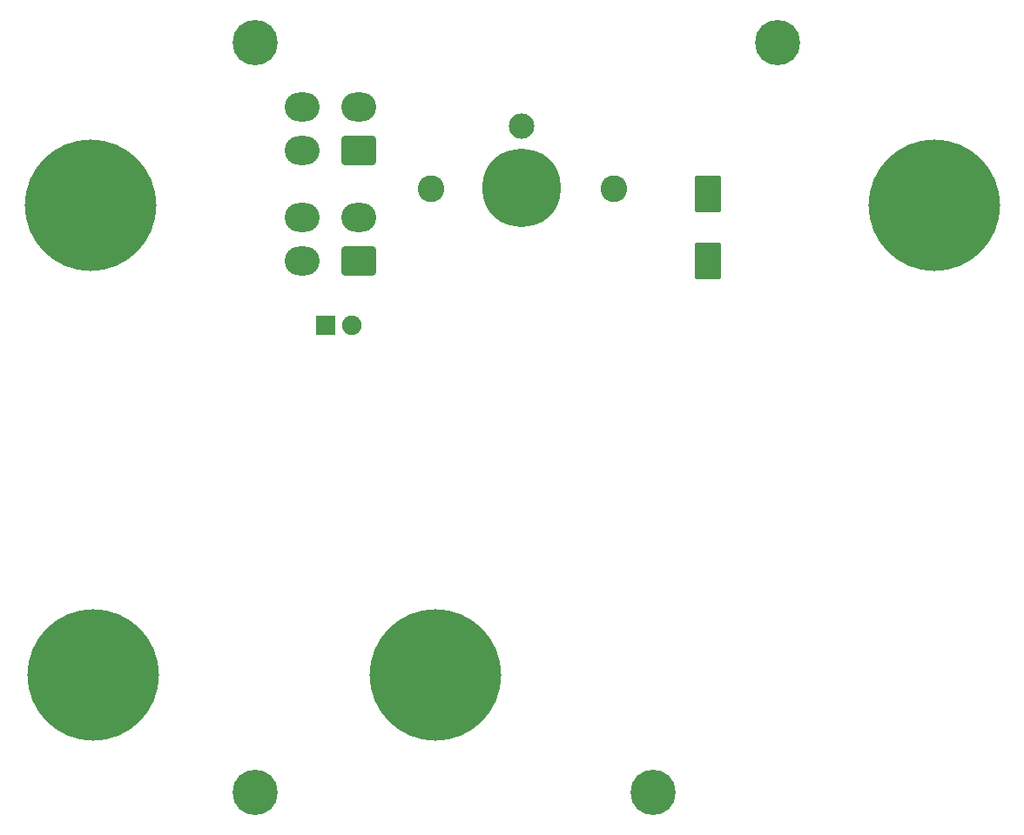
<source format=gbr>
%TF.GenerationSoftware,KiCad,Pcbnew,(6.0.9)*%
%TF.CreationDate,2023-04-01T12:13:22-08:00*%
%TF.ProjectId,ECS PANEL,45435320-5041-44e4-954c-2e6b69636164,3*%
%TF.SameCoordinates,Original*%
%TF.FileFunction,Soldermask,Bot*%
%TF.FilePolarity,Negative*%
%FSLAX46Y46*%
G04 Gerber Fmt 4.6, Leading zero omitted, Abs format (unit mm)*
G04 Created by KiCad (PCBNEW (6.0.9)) date 2023-04-01 12:13:22*
%MOMM*%
%LPD*%
G01*
G04 APERTURE LIST*
G04 Aperture macros list*
%AMRoundRect*
0 Rectangle with rounded corners*
0 $1 Rounding radius*
0 $2 $3 $4 $5 $6 $7 $8 $9 X,Y pos of 4 corners*
0 Add a 4 corners polygon primitive as box body*
4,1,4,$2,$3,$4,$5,$6,$7,$8,$9,$2,$3,0*
0 Add four circle primitives for the rounded corners*
1,1,$1+$1,$2,$3*
1,1,$1+$1,$4,$5*
1,1,$1+$1,$6,$7*
1,1,$1+$1,$8,$9*
0 Add four rect primitives between the rounded corners*
20,1,$1+$1,$2,$3,$4,$5,0*
20,1,$1+$1,$4,$5,$6,$7,0*
20,1,$1+$1,$6,$7,$8,$9,0*
20,1,$1+$1,$8,$9,$2,$3,0*%
G04 Aperture macros list end*
%ADD10C,2.600000*%
%ADD11C,4.400000*%
%ADD12C,12.800000*%
%ADD13C,2.481250*%
%ADD14C,7.640752*%
%ADD15RoundRect,0.300000X1.000000X-1.500000X1.000000X1.500000X-1.000000X1.500000X-1.000000X-1.500000X0*%
%ADD16RoundRect,0.050000X-0.900000X-0.900000X0.900000X-0.900000X0.900000X0.900000X-0.900000X0.900000X0*%
%ADD17C,1.900000*%
%ADD18RoundRect,0.300001X1.399999X-1.099999X1.399999X1.099999X-1.399999X1.099999X-1.399999X-1.099999X0*%
%ADD19O,3.400000X2.800000*%
G04 APERTURE END LIST*
D10*
%TO.C,REF\u002A\u002A*%
X138662158Y-70229687D03*
%TD*%
%TO.C,REF\u002A\u002A*%
X156442158Y-70229687D03*
%TD*%
D11*
%TO.C,REF\u002A\u002A*%
X121517158Y-56005687D03*
%TD*%
%TO.C,REF\u002A\u002A*%
X172317158Y-56005687D03*
%TD*%
%TO.C,REF\u002A\u002A*%
X160252158Y-129030687D03*
%TD*%
%TO.C,REF\u002A\u002A*%
X121517158Y-129030687D03*
%TD*%
D12*
%TO.C,5*%
X105769158Y-117600687D03*
%TD*%
%TO.C,REF\u002A\u002A*%
X139106657Y-117600687D03*
%TD*%
D13*
%TO.C,REF\u002A\u002A*%
X147482158Y-64141087D03*
D14*
X147482158Y-70141087D03*
%TD*%
D12*
%TO.C,1*%
X105515158Y-71880687D03*
X105515158Y-71880687D03*
%TD*%
%TO.C,3*%
X187557158Y-71880687D03*
X187557158Y-71880687D03*
%TD*%
D15*
%TO.C,C1*%
X165586158Y-77264087D03*
X165586158Y-70764087D03*
%TD*%
D16*
%TO.C,D1*%
X128407158Y-83591087D03*
D17*
X130947158Y-83591087D03*
%TD*%
D18*
%TO.C,J1*%
X131643158Y-66539687D03*
D19*
X131643158Y-62339687D03*
X126143158Y-66539687D03*
X126143158Y-62339687D03*
%TD*%
D18*
%TO.C,J2*%
X131643158Y-77291087D03*
D19*
X131643158Y-73091087D03*
X126143158Y-77291087D03*
X126143158Y-73091087D03*
%TD*%
M02*

</source>
